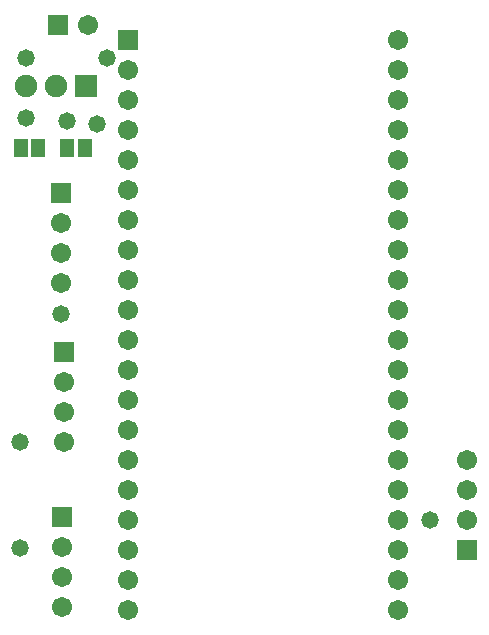
<source format=gts>
%FSAX24Y24*%
%MOIN*%
G70*
G01*
G75*
G04 Layer_Color=8388736*
%ADD10R,0.0433X0.0551*%
%ADD11C,0.0315*%
%ADD12C,0.0100*%
%ADD13C,0.0669*%
%ADD14R,0.0669X0.0669*%
%ADD15R,0.0591X0.0591*%
%ADD16C,0.0591*%
%ADD17R,0.0591X0.0591*%
%ADD18C,0.0500*%
%ADD19C,0.0079*%
%ADD20C,0.0098*%
%ADD21C,0.0236*%
%ADD22C,0.0059*%
%ADD23R,0.0513X0.0631*%
%ADD24C,0.0749*%
%ADD25R,0.0749X0.0749*%
%ADD26R,0.0671X0.0671*%
%ADD27C,0.0671*%
%ADD28R,0.0671X0.0671*%
%ADD29C,0.0580*%
D23*
X022055Y029700D02*
D03*
X022645D02*
D03*
X024195Y029700D02*
D03*
X023605D02*
D03*
D24*
X022250Y031750D02*
D03*
X023250D02*
D03*
D25*
X024250D02*
D03*
D26*
X023300Y033800D02*
D03*
X025650Y033300D02*
D03*
D27*
X024300Y033800D02*
D03*
X023450Y014400D02*
D03*
Y015400D02*
D03*
Y016400D02*
D03*
X025650Y032300D02*
D03*
Y031300D02*
D03*
Y030300D02*
D03*
Y029300D02*
D03*
Y028300D02*
D03*
Y027300D02*
D03*
Y026300D02*
D03*
Y025300D02*
D03*
Y024300D02*
D03*
Y023300D02*
D03*
Y022300D02*
D03*
Y021300D02*
D03*
Y020300D02*
D03*
Y019300D02*
D03*
Y018300D02*
D03*
Y017300D02*
D03*
Y016300D02*
D03*
Y015300D02*
D03*
Y014300D02*
D03*
X034650Y033300D02*
D03*
Y032300D02*
D03*
Y031300D02*
D03*
Y030300D02*
D03*
Y029300D02*
D03*
Y028300D02*
D03*
Y027300D02*
D03*
Y026300D02*
D03*
Y025300D02*
D03*
Y024300D02*
D03*
Y023300D02*
D03*
Y022300D02*
D03*
Y021300D02*
D03*
Y020300D02*
D03*
Y019300D02*
D03*
Y018300D02*
D03*
Y017300D02*
D03*
Y016300D02*
D03*
Y015300D02*
D03*
Y014300D02*
D03*
X036950Y019300D02*
D03*
Y018300D02*
D03*
Y017300D02*
D03*
X023500Y019900D02*
D03*
Y020900D02*
D03*
Y021900D02*
D03*
X023400Y025200D02*
D03*
Y026200D02*
D03*
Y027200D02*
D03*
D28*
X023450Y017400D02*
D03*
X036950Y016300D02*
D03*
X023500Y022900D02*
D03*
X023400Y028200D02*
D03*
D29*
X035700Y017300D02*
D03*
X023400Y024150D02*
D03*
X022050Y019900D02*
D03*
Y016350D02*
D03*
X022250Y030700D02*
D03*
X023605Y030595D02*
D03*
X024600Y030500D02*
D03*
X022250Y032700D02*
D03*
X024950D02*
D03*
M02*

</source>
